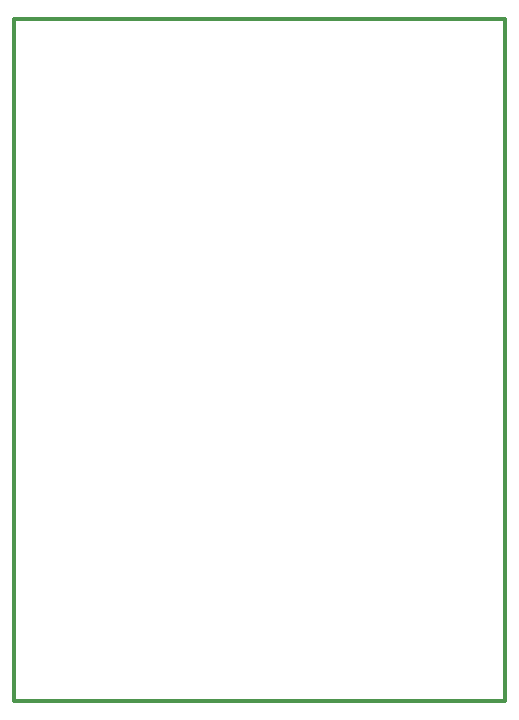
<source format=gbp>
G04 EAGLE Gerber RS-274X export*
G75*
%MOMM*%
%FSLAX34Y34*%
%LPD*%
%INSMD-Paste Unterseite*%
%IPPOS*%
%AMOC8*
5,1,8,0,0,1.08239X$1,22.5*%
G01*
%ADD10C,0.304800*%


D10*
X-19050Y0D02*
X396750Y0D01*
X396750Y577750D01*
X-19050Y577750D01*
X-19050Y0D01*
M02*

</source>
